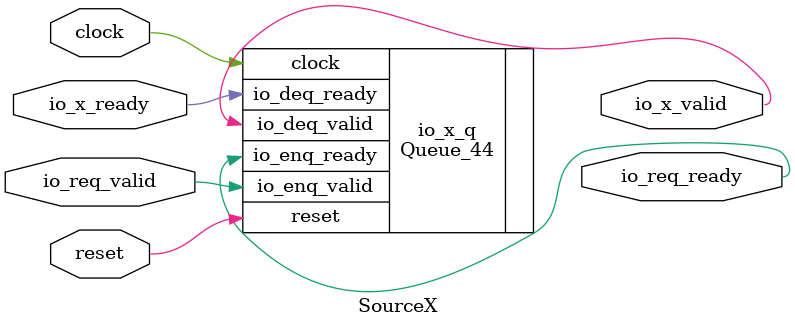
<source format=sv>
`ifndef RANDOMIZE
  `ifdef RANDOMIZE_REG_INIT
    `define RANDOMIZE
  `endif // RANDOMIZE_REG_INIT
`endif // not def RANDOMIZE
`ifndef RANDOMIZE
  `ifdef RANDOMIZE_MEM_INIT
    `define RANDOMIZE
  `endif // RANDOMIZE_MEM_INIT
`endif // not def RANDOMIZE

`ifndef RANDOM
  `define RANDOM $random
`endif // not def RANDOM

// Users can define 'PRINTF_COND' to add an extra gate to prints.
`ifndef PRINTF_COND_
  `ifdef PRINTF_COND
    `define PRINTF_COND_ (`PRINTF_COND)
  `else  // PRINTF_COND
    `define PRINTF_COND_ 1
  `endif // PRINTF_COND
`endif // not def PRINTF_COND_

// Users can define 'ASSERT_VERBOSE_COND' to add an extra gate to assert error printing.
`ifndef ASSERT_VERBOSE_COND_
  `ifdef ASSERT_VERBOSE_COND
    `define ASSERT_VERBOSE_COND_ (`ASSERT_VERBOSE_COND)
  `else  // ASSERT_VERBOSE_COND
    `define ASSERT_VERBOSE_COND_ 1
  `endif // ASSERT_VERBOSE_COND
`endif // not def ASSERT_VERBOSE_COND_

// Users can define 'STOP_COND' to add an extra gate to stop conditions.
`ifndef STOP_COND_
  `ifdef STOP_COND
    `define STOP_COND_ (`STOP_COND)
  `else  // STOP_COND
    `define STOP_COND_ 1
  `endif // STOP_COND
`endif // not def STOP_COND_

// Users can define INIT_RANDOM as general code that gets injected into the
// initializer block for modules with registers.
`ifndef INIT_RANDOM
  `define INIT_RANDOM
`endif // not def INIT_RANDOM

// If using random initialization, you can also define RANDOMIZE_DELAY to
// customize the delay used, otherwise 0.002 is used.
`ifndef RANDOMIZE_DELAY
  `define RANDOMIZE_DELAY 0.002
`endif // not def RANDOMIZE_DELAY

// Define INIT_RANDOM_PROLOG_ for use in our modules below.
`ifndef INIT_RANDOM_PROLOG_
  `ifdef RANDOMIZE
    `ifdef VERILATOR
      `define INIT_RANDOM_PROLOG_ `INIT_RANDOM
    `else  // VERILATOR
      `define INIT_RANDOM_PROLOG_ `INIT_RANDOM #`RANDOMIZE_DELAY begin end
    `endif // VERILATOR
  `else  // RANDOMIZE
    `define INIT_RANDOM_PROLOG_
  `endif // RANDOMIZE
`endif // not def INIT_RANDOM_PROLOG_

module SourceX(
  input  clock,
         reset,
         io_req_valid,
         io_x_ready,
  output io_req_ready,
         io_x_valid
);

  Queue_44 io_x_q (	// @[Decoupled.scala:375:21]
    .clock        (clock),
    .reset        (reset),
    .io_enq_valid (io_req_valid),
    .io_deq_ready (io_x_ready),
    .io_enq_ready (io_req_ready),
    .io_deq_valid (io_x_valid)
  );
endmodule


</source>
